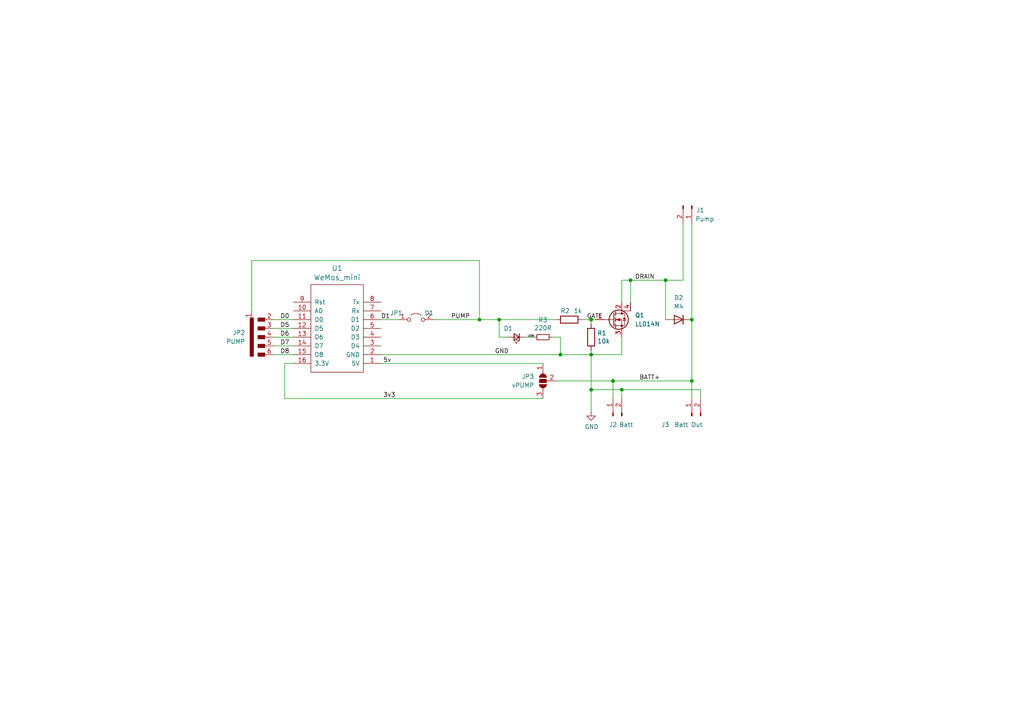
<source format=kicad_sch>
(kicad_sch (version 20211123) (generator eeschema)
  (paper "A4")
  (lib_symbols
    (symbol "Accelerando:SolderJumper_SP5T_Open" (pin_names (offset 0) hide)
      (property "Reference" "JP" (at -10.16 10.16 0))
      (property "Value" "SolderJumper_SP5T_Open" (at 6.35 10.16 0))
      (symbol "SolderJumper_SP5T_Open_0_1"
        (rectangle (start -5.588 2.032) (end -4.572 0) (fill (type outline)))
        (rectangle (start -5.588 4.318) (end 5.588 3.302) (fill (type outline)))
        (rectangle (start -3.048 2.032) (end -2.032 0) (fill (type outline)))
        (rectangle (start -0.508 2.032) (end 0.508 0) (fill (type outline)))
        (rectangle (start 2.032 2.032) (end 3.048 0) (fill (type outline)))
        (rectangle (start 4.572 2.032) (end 5.588 0) (fill (type outline)))
      )
      (symbol "SolderJumper_SP5T_Open_1_1"
        (pin passive line (at -7.62 3.81 0) (length 2.54) (name "A") (number "1"))
        (pin passive line (at -5.08 -2.54 90) (length 2.54) (name "A") (number "2"))
        (pin passive line (at -2.54 -2.54 90) (length 2.54) (name "B") (number "3"))
        (pin passive line (at 0 -2.54 90) (length 2.54) (name "C") (number "4"))
        (pin passive line (at 2.54 -2.54 90) (length 2.54) (name "D") (number "5"))
        (pin passive line (at 5.08 -2.54 90) (length 2.54) (name "E") (number "6"))
      )
    )
    (symbol "Connector:Conn_01x02_Male" (pin_names (offset 1.016) hide)
      (property "Reference" "J" (at 0 2.54 0))
      (property "Value" "Conn_01x02_Male" (at 0 -5.08 0))
      (symbol "Conn_01x02_Male_1_1"
        (polyline (pts (xy 1.27 -2.54) (xy 0.8636 -2.54)) (stroke (width 0.1524)))
        (polyline (pts (xy 1.27 0) (xy 0.8636 0)) (stroke (width 0.1524)))
        (rectangle (start 0.8636 -2.413) (end 0 -2.667) (stroke (width 0.1524)) (fill (type outline)))
        (rectangle (start 0.8636 0.127) (end 0 -0.127) (stroke (width 0.1524)) (fill (type outline)))
        (pin passive line (at 5.08 0 180) (length 3.81) (name "Pin_1") (number "1"))
        (pin passive line (at 5.08 -2.54 180) (length 3.81) (name "Pin_2") (number "2"))
      )
    )
    (symbol "Device:D" (pin_numbers hide) (pin_names (offset 1.016) hide)
      (property "Reference" "D" (at 0 2.54 0))
      (property "Value" "D" (at 0 -2.54 0))
      (symbol "D_0_1"
        (polyline (pts (xy -1.27 1.27) (xy -1.27 -1.27)) (stroke (width 0.254)))
        (polyline (pts (xy 1.27 0) (xy -1.27 0)))
        (polyline (pts (xy 1.27 1.27) (xy 1.27 -1.27) (xy -1.27 0) (xy 1.27 1.27)) (stroke (width 0.254)))
      )
      (symbol "D_1_1"
        (pin passive line (at -3.81 0 0) (length 2.54) (name "K") (number "1"))
        (pin passive line (at 3.81 0 180) (length 2.54) (name "A") (number "2"))
      )
    )
    (symbol "Device:LED_Small" (pin_numbers hide) (pin_names (offset 0.254) hide)
      (property "Reference" "D" (at -1.27 3.175 0))
      (property "Value" "LED_Small" (at -4.445 -2.54 0))
      (symbol "LED_Small_0_1"
        (polyline (pts (xy -0.762 -1.016) (xy -0.762 1.016)) (stroke (width 0.254)))
        (polyline (pts (xy 1.016 0) (xy -0.762 0)))
        (polyline (pts (xy 0.762 -1.016) (xy -0.762 0) (xy 0.762 1.016) (xy 0.762 -1.016)) (stroke (width 0.254)))
        (polyline (pts (xy 0 0.762) (xy -0.508 1.27) (xy -0.254 1.27) (xy -0.508 1.27) (xy -0.508 1.016)))
        (polyline (pts (xy 0.508 1.27) (xy 0 1.778) (xy 0.254 1.778) (xy 0 1.778) (xy 0 1.524)))
      )
      (symbol "LED_Small_1_1"
        (pin passive line (at -2.54 0 0) (length 1.778) (name "K") (number "1"))
        (pin passive line (at 2.54 0 180) (length 1.778) (name "A") (number "2"))
      )
    )
    (symbol "Device:Q_NMOS_GDSD" (pin_names (offset 0) hide)
      (property "Reference" "Q" (at 5.08 1.27 0))
      (property "Value" "Q_NMOS_GDSD" (at 5.08 -1.27 0))
      (symbol "Q_NMOS_GDSD_0_1"
        (polyline (pts (xy 0.254 0) (xy -2.54 0)))
        (polyline (pts (xy 0.254 1.905) (xy 0.254 -1.905)) (stroke (width 0.254)))
        (polyline (pts (xy 0.762 -1.27) (xy 0.762 -2.286)) (stroke (width 0.254)))
        (polyline (pts (xy 0.762 0.508) (xy 0.762 -0.508)) (stroke (width 0.254)))
        (polyline (pts (xy 0.762 2.286) (xy 0.762 1.27)) (stroke (width 0.254)))
        (polyline (pts (xy 2.54 -2.54) (xy 2.54 0) (xy 0.762 0)))
        (polyline (pts (xy 5.08 2.54) (xy 2.54 2.54) (xy 2.54 1.778)))
        (polyline (pts (xy 0.762 -1.778) (xy 3.302 -1.778) (xy 3.302 1.778) (xy 0.762 1.778)))
        (polyline (pts (xy 1.016 0) (xy 2.032 0.381) (xy 2.032 -0.381) (xy 1.016 0)) (fill (type outline)))
        (polyline (pts (xy 2.794 0.508) (xy 2.921 0.381) (xy 3.683 0.381) (xy 3.81 0.254)))
        (polyline (pts (xy 3.302 0.381) (xy 2.921 -0.254) (xy 3.683 -0.254) (xy 3.302 0.381)))
        (circle (center 1.651 0) (radius 2.794) (stroke (width 0.254)))
        (circle (center 2.54 -1.778) (radius 0.254) (fill (type outline)))
        (circle (center 2.54 1.778) (radius 0.254) (fill (type outline)))
      )
      (symbol "Q_NMOS_GDSD_1_1"
        (pin input line (at -5.08 0 0) (length 2.54) (name "G") (number "1"))
        (pin passive line (at 2.54 5.08 270) (length 2.54) (name "D") (number "2"))
        (pin passive line (at 2.54 -5.08 90) (length 2.54) (name "S") (number "3"))
        (pin passive line (at 5.08 5.08 270) (length 2.54) (name "D") (number "4"))
      )
    )
    (symbol "Device:R_Small" (pin_numbers hide) (pin_names (offset 0.254) hide)
      (property "Reference" "R" (at 0.762 0.508 0))
      (property "Value" "R_Small" (at 0.762 -1.016 0))
      (symbol "R_Small_0_1"
        (rectangle (start -0.762 1.778) (end 0.762 -1.778) (stroke (width 0.2032)))
      )
      (symbol "R_Small_1_1"
        (pin passive line (at 0 2.54 270) (length 0.762) (name "~") (number "1"))
        (pin passive line (at 0 -2.54 90) (length 0.762) (name "~") (number "2"))
      )
    )
    (symbol "Jumper:Jumper_2_Open" (pin_names (offset 0) hide)
      (property "Reference" "JP" (at 0 2.794 0))
      (property "Value" "Jumper_2_Open" (at 0 -2.286 0))
      (symbol "Jumper_2_Open_0_0"
        (circle (center -2.032 0) (radius 0.508))
        (circle (center 2.032 0) (radius 0.508))
      )
      (symbol "Jumper_2_Open_0_1"
        (arc (start 1.524 1.27) (mid 0 1.778) (end -1.524 1.27))
      )
      (symbol "Jumper_2_Open_1_1"
        (pin passive line (at -5.08 0 0) (length 2.54) (name "A") (number "1"))
        (pin passive line (at 5.08 0 180) (length 2.54) (name "B") (number "2"))
      )
    )
    (symbol "Jumper:SolderJumper_3_Open" (pin_names (offset 0) hide)
      (property "Reference" "JP" (at -2.54 -2.54 0))
      (property "Value" "SolderJumper_3_Open" (at 0 2.794 0))
      (symbol "SolderJumper_3_Open_0_1"
        (arc (start -1.016 1.016) (mid -2.032 0) (end -1.016 -1.016))
        (arc (start -1.016 1.016) (mid -2.032 0) (end -1.016 -1.016) (fill (type outline)))
        (rectangle (start -0.508 1.016) (end 0.508 -1.016) (fill (type outline)))
        (polyline (pts (xy -2.54 0) (xy -2.032 0)))
        (polyline (pts (xy -1.016 1.016) (xy -1.016 -1.016)))
        (polyline (pts (xy 0 -1.27) (xy 0 -1.016)))
        (polyline (pts (xy 1.016 1.016) (xy 1.016 -1.016)))
        (polyline (pts (xy 2.54 0) (xy 2.032 0)))
        (arc (start 1.016 -1.016) (mid 2.032 0) (end 1.016 1.016))
        (arc (start 1.016 -1.016) (mid 2.032 0) (end 1.016 1.016) (fill (type outline)))
      )
      (symbol "SolderJumper_3_Open_1_1"
        (pin passive line (at -5.08 0 0) (length 2.54) (name "A") (number "1"))
        (pin passive line (at 0 -3.81 90) (length 2.54) (name "C") (number "2"))
        (pin passive line (at 5.08 0 180) (length 2.54) (name "B") (number "3"))
      )
    )
    (symbol "d1_mosfet_hat-rescue:R-device" (pin_numbers hide) (pin_names (offset 0))
      (property "Reference" "R" (at 2.032 0 90))
      (property "Value" "R-device" (at 0 0 90))
      (symbol "R-device_0_1"
        (rectangle (start -1.016 -2.54) (end 1.016 2.54) (stroke (width 0.254)))
      )
      (symbol "R-device_1_1"
        (pin passive line (at 0 3.81 270) (length 1.27) (name "~") (number "1"))
        (pin passive line (at 0 -3.81 90) (length 1.27) (name "~") (number "2"))
      )
    )
    (symbol "power:GND" (power) (pin_names (offset 0))
      (property "Value" "GND" (at 0 -3.81 0))
      (symbol "GND_0_1"
        (polyline (pts (xy 0 0) (xy 0 -1.27) (xy 1.27 -1.27) (xy 0 -2.54) (xy -1.27 -1.27) (xy 0 -1.27)))
      )
      (symbol "GND_1_1"
        (pin power_in line (at 0 0 270) (length 0) hide (name "GND") (number "1"))
      )
    )
    (symbol "wemos:WeMos_mini" (pin_names (offset 1.016))
      (property "Reference" "U" (at 0 12.7 0))
      (property "Value" "WeMos_mini" (at 0 -12.7 0))
      (property "Datasheet" "http://www.wemos.cc/Products/d1_mini.html" (at 13.97 -17.78 0))
      (symbol "WeMos_mini_0_1"
        (rectangle (start -7.62 11.43) (end 7.62 -13.97))
      )
      (symbol "WeMos_mini_1_1"
        (pin power_in line (at -12.7 8.89 0) (length 5.08) (name "5V") (number "1"))
        (pin bidirectional line (at 12.7 -6.35 180) (length 5.08) (name "A0") (number "10"))
        (pin bidirectional line (at 12.7 -3.81 180) (length 5.08) (name "D0") (number "11"))
        (pin bidirectional line (at 12.7 -1.27 180) (length 5.08) (name "D5") (number "12"))
        (pin bidirectional line (at 12.7 1.27 180) (length 5.08) (name "D6") (number "13"))
        (pin bidirectional line (at 12.7 3.81 180) (length 5.08) (name "D7") (number "14"))
        (pin bidirectional line (at 12.7 6.35 180) (length 5.08) (name "D8") (number "15"))
        (pin power_out line (at 12.7 8.89 180) (length 5.08) (name "3.3V") (number "16"))
        (pin power_in line (at -12.7 6.35 0) (length 5.08) (name "GND") (number "2"))
        (pin bidirectional line (at -12.7 3.81 0) (length 5.08) (name "D4") (number "3"))
        (pin bidirectional line (at -12.7 1.27 0) (length 5.08) (name "D3") (number "4"))
        (pin bidirectional line (at -12.7 -1.27 0) (length 5.08) (name "D2") (number "5"))
        (pin bidirectional line (at -12.7 -3.81 0) (length 5.08) (name "D1") (number "6"))
        (pin bidirectional line (at -12.7 -6.35 0) (length 5.08) (name "Rx") (number "7"))
        (pin bidirectional line (at -12.7 -8.89 0) (length 5.08) (name "Tx") (number "8"))
        (pin bidirectional line (at 12.7 -8.89 180) (length 5.08) (name "Rst") (number "9"))
      )
    )
  )
  (junction (at 200.66 92.71))
  (junction (at 182.88 81.28))
  (junction (at 171.45 102.87))
  (junction (at 171.45 113.03))
  (junction (at 139.065 92.71))
  (junction (at 144.78 92.71))
  (junction (at 200.66 110.49))
  (junction (at 162.56 102.87))
  (junction (at 193.04 81.28))
  (junction (at 177.8 110.49))
  (junction (at 180.34 113.03))
  (junction (at 171.45 92.71))
  (wire (pts (xy 200.66 110.49) (xy 200.66 92.71)))
  (wire (pts (xy 168.91 92.71) (xy 171.45 92.71)))
  (wire (pts (xy 79.375 100.33) (xy 85.09 100.33)))
  (wire (pts (xy 171.45 93.98) (xy 171.45 92.71)))
  (wire (pts (xy 180.34 102.87) (xy 171.45 102.87)))
  (wire (pts (xy 110.49 105.41) (xy 157.48 105.41)))
  (wire (pts (xy 180.34 81.28) (xy 180.34 87.63)))
  (wire (pts (xy 79.375 102.87) (xy 85.09 102.87)))
  (wire (pts (xy 177.8 110.49) (xy 200.66 110.49)))
  (wire (pts (xy 180.34 115.57) (xy 180.34 113.03)))
  (wire (pts (xy 144.78 92.71) (xy 144.78 97.79)))
  (wire (pts (xy 200.66 115.57) (xy 200.66 110.49)))
  (wire (pts (xy 171.45 113.03) (xy 180.34 113.03)))
  (wire (pts (xy 79.375 97.79) (xy 85.09 97.79)))
  (wire (pts (xy 73.025 75.565) (xy 139.065 75.565)))
  (wire (pts (xy 73.025 90.17) (xy 73.025 75.565)))
  (wire (pts (xy 171.45 102.87) (xy 171.45 113.03)))
  (wire (pts (xy 144.78 97.79) (xy 147.32 97.79)))
  (wire (pts (xy 144.78 92.71) (xy 161.29 92.71)))
  (wire (pts (xy 200.66 92.71) (xy 200.66 64.77)))
  (wire (pts (xy 82.55 105.41) (xy 82.55 115.57)))
  (wire (pts (xy 160.02 97.79) (xy 162.56 97.79)))
  (wire (pts (xy 193.04 81.28) (xy 193.04 92.71)))
  (wire (pts (xy 177.8 110.49) (xy 177.8 115.57)))
  (wire (pts (xy 162.56 102.87) (xy 171.45 102.87)))
  (wire (pts (xy 171.45 113.03) (xy 171.45 119.38)))
  (wire (pts (xy 110.49 102.87) (xy 162.56 102.87)))
  (wire (pts (xy 198.12 81.28) (xy 193.04 81.28)))
  (wire (pts (xy 139.065 92.71) (xy 144.78 92.71)))
  (wire (pts (xy 152.4 97.79) (xy 154.94 97.79)))
  (wire (pts (xy 171.45 101.6) (xy 171.45 102.87)))
  (wire (pts (xy 85.09 105.41) (xy 82.55 105.41)))
  (wire (pts (xy 182.88 81.28) (xy 182.88 87.63)))
  (wire (pts (xy 180.34 97.79) (xy 180.34 102.87)))
  (wire (pts (xy 203.2 113.03) (xy 203.2 115.57)))
  (wire (pts (xy 82.55 115.57) (xy 157.48 115.57)))
  (wire (pts (xy 180.34 113.03) (xy 203.2 113.03)))
  (wire (pts (xy 125.73 92.71) (xy 139.065 92.71)))
  (wire (pts (xy 110.49 92.71) (xy 115.57 92.71)))
  (wire (pts (xy 162.56 97.79) (xy 162.56 102.87)))
  (wire (pts (xy 182.88 81.28) (xy 180.34 81.28)))
  (wire (pts (xy 161.29 110.49) (xy 177.8 110.49)))
  (wire (pts (xy 79.375 95.25) (xy 85.09 95.25)))
  (wire (pts (xy 171.45 92.71) (xy 172.72 92.71)))
  (wire (pts (xy 79.375 92.71) (xy 85.09 92.71)))
  (wire (pts (xy 198.12 64.77) (xy 198.12 81.28)))
  (wire (pts (xy 193.04 81.28) (xy 182.88 81.28)))
  (wire (pts (xy 139.065 75.565) (xy 139.065 92.71)))
  (label "D1" (at 110.49 92.71 0))
  (label "GATE" (at 170.18 92.71 0))
  (label "3v3" (at 111.125 115.57 0))
  (label "GND" (at 143.51 102.87 0))
  (label "D7" (at 81.28 100.33 0))
  (label "D8" (at 81.28 102.87 0))
  (label "5v" (at 111.125 105.41 0))
  (label "BATT+" (at 185.42 110.49 0))
  (label "D6" (at 81.28 97.79 0))
  (label "DRAIN" (at 184.15 81.28 0))
  (label "PUMP" (at 130.81 92.71 0))
  (label "LEDK" (at 153.035 97.79 0) (effects (font (size 0.5 0.5))))
  (label "D0" (at 81.28 92.71 0))
  (label "D5" (at 81.28 95.25 0))
  (symbol (lib_id "wemos:WeMos_mini") (at 97.79 96.52 180) (unit 1)
    (property "Reference" "U1" (at 97.79 77.8002 0) (effects (font (size 1.524 1.524))))
    (property "Value" "WeMos_mini" (at 97.79 80.4926 0) (effects (font (size 1.524 1.524))))
    (property "Footprint" "wemos:wemos-d1-mini-connectors-only" (effects hide))
  )
  (symbol (lib_id "power:GND") (at 171.45 119.38 0) (unit 1)
    (property "Reference" "#PWR01" (effects hide))
    (property "Value" "GND" (at 171.577 123.7742 0))
  )
  (symbol (lib_id "Connector:Conn_01x02_Male") (at 177.8 120.65 90) (unit 1)
    (property "Reference" "J2" (at 177.8 123.19 90))
    (property "Value" "Batt" (at 181.61 123.19 90))
    (property "Footprint" "Connectors_JST:JST_XH_S02B-XH-A_02x2.50mm_Angled" (effects hide))
  )
  (symbol (lib_id "Connector:Conn_01x02_Male") (at 200.66 120.65 90) (unit 1)
    (property "Reference" "J3" (at 191.77 123.19 90) (effects (justify right)))
    (property "Value" "Batt Out" (at 195.58 123.19 90) (effects (justify right)))
    (property "Footprint" "Connectors_JST:JST_XH_S02B-XH-A_02x2.50mm_Angled" (effects hide))
  )
  (symbol (lib_id "Connector:Conn_01x02_Male") (at 200.66 59.69 270) (unit 1)
    (property "Reference" "J1" (at 201.93 60.96 90) (effects (justify left)))
    (property "Value" "Pump" (at 201.676 63.5254 90) (effects (justify left)))
    (property "Footprint" "Connectors_JST:JST_XH_S02B-XH-A_02x2.50mm_Angled" (effects hide))
  )
  (symbol (lib_id "d1_mosfet_hat-rescue:R-device") (at 171.45 97.79 0) (unit 1)
    (property "Reference" "R1" (at 173.228 96.6216 0) (effects (justify left)))
    (property "Value" "10k" (at 173.228 98.933 0) (effects (justify left)))
    (property "Footprint" "Resistor_SMD:R_0805_2012Metric" (effects hide))
  )
  (symbol (lib_id "d1_mosfet_hat-rescue:R-device") (at 165.1 92.71 270) (unit 1)
    (property "Reference" "R2" (at 162.56 90.17 90) (effects (justify left)))
    (property "Value" "1k" (at 166.37 90.17 90) (effects (justify left)))
    (property "Footprint" "Resistor_SMD:R_0805_2012Metric" (effects hide))
  )
  (symbol (lib_id "Device:LED_Small") (at 149.86 97.79 180) (unit 1)
    (property "Reference" "D1" (at 146.05 95.25 0) (effects (justify right)))
    (property "Value" "LED_Small" (effects hide))
    (property "Footprint" "LED_SMD:LED_0805_2012Metric" (effects hide))
  )
  (symbol (lib_id "Device:R_Small") (at 157.48 97.79 270) (unit 1)
    (property "Reference" "R3" (at 157.48 92.8116 90))
    (property "Value" "220R" (at 157.48 95.123 90))
    (property "Footprint" "Resistor_SMD:R_0805_2012Metric" (effects hide))
  )
  (symbol (lib_id "Jumper:SolderJumper_3_Open") (at 157.48 110.49 90) (mirror x) (unit 1)
    (property "Reference" "JP3" (at 154.94 109.2199 90) (effects (justify left)))
    (property "Value" "vPUMP" (at 154.94 111.7599 90) (effects (justify left)))
    (property "Footprint" "Jumper:SolderJumper-3_P2.0mm_Open_TrianglePad1.0x1.5mm" (effects hide))
  )
  (symbol (lib_id "Device:Q_NMOS_GDSD") (at 177.8 92.71 0) (unit 1)
    (property "Reference" "Q1" (at 184.15 91.4399 0) (effects (justify left)))
    (property "Value" "LL014N" (at 184.15 93.9799 0) (effects (justify left)))
    (property "Footprint" "Package_TO_SOT_SMD:SOT-223" (effects hide))
  )
  (symbol (lib_id "Accelerando:SolderJumper_SP5T_Open") (at 76.835 97.79 90) (mirror x) (unit 1)
    (property "Reference" "JP2" (at 71.12 96.5199 90) (effects (justify left)))
    (property "Value" "PUMP" (at 71.12 99.0599 90) (effects (justify left)))
    (property "Footprint" "Accelerando:SolderJumper-5_P1.3mm_Open_Pad1.0x1.5mm" (effects hide))
  )
  (symbol (lib_id "Jumper:Jumper_2_Open") (at 120.65 92.71 0) (unit 1)
    (property "Reference" "JP1" (at 114.935 90.805 0))
    (property "Value" "D1" (at 124.46 90.805 0))
    (property "Footprint" "Jumper:SolderJumper-2_P1.3mm_Open_RoundedPad1.0x1.5mm" (effects hide))
  )
  (symbol (lib_id "Device:D") (at 196.85 92.71 180) (unit 1)
    (property "Reference" "D2" (at 196.85 86.36 0))
    (property "Value" "M4" (at 196.85 88.9 0))
    (property "Footprint" "Diode_SMD:D_SMB" (effects hide))
  )
)
</source>
